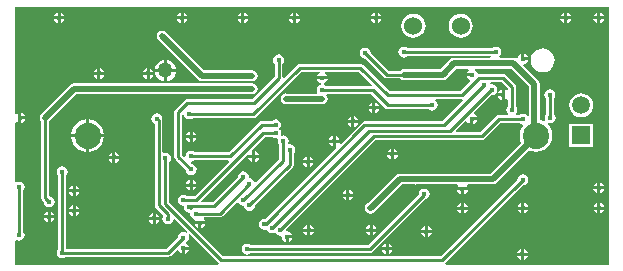
<source format=gbl>
G04 Layer_Physical_Order=2*
G04 Layer_Color=16711680*
%FSLAX25Y25*%
%MOIN*%
G70*
G01*
G75*
%ADD32C,0.01000*%
%ADD33C,0.01969*%
%ADD34C,0.08787*%
%ADD35C,0.06000*%
%ADD36R,0.05906X0.05906*%
%ADD37C,0.05906*%
%ADD38C,0.01600*%
%ADD39C,0.05000*%
G36*
X198996Y1003D02*
X144627D01*
X144472Y1369D01*
X144460Y1503D01*
X170326Y27370D01*
X171002Y27504D01*
X171598Y27902D01*
X171996Y28498D01*
X172135Y29200D01*
X171996Y29902D01*
X171598Y30498D01*
X171002Y30896D01*
X170300Y31035D01*
X169598Y30896D01*
X169002Y30498D01*
X168604Y29902D01*
X168470Y29226D01*
X142956Y3713D01*
X70407D01*
X52513Y21607D01*
Y35225D01*
X52896Y35798D01*
X53035Y36500D01*
X52896Y37202D01*
X52498Y37798D01*
X51902Y38196D01*
X51200Y38335D01*
X50713Y38238D01*
X50213Y38561D01*
Y49043D01*
X50114Y49538D01*
X50135Y49643D01*
X49996Y50346D01*
X49598Y50941D01*
X49002Y51339D01*
X48300Y51479D01*
X47598Y51339D01*
X47002Y50941D01*
X46604Y50346D01*
X46465Y49643D01*
X46604Y48941D01*
X47002Y48346D01*
X47587Y47955D01*
Y20835D01*
X47687Y20333D01*
X47972Y19907D01*
X50534Y17345D01*
X50304Y17002D01*
X50165Y16300D01*
X50304Y15598D01*
X50702Y15002D01*
X51298Y14604D01*
X52000Y14465D01*
X52702Y14604D01*
X53298Y15002D01*
X53696Y15598D01*
X53763Y15936D01*
X54305Y16101D01*
X58527Y11879D01*
X58208Y11491D01*
X57902Y11696D01*
X57200Y11835D01*
X56498Y11696D01*
X55902Y11298D01*
X55504Y10702D01*
X55370Y10026D01*
X51595Y6252D01*
X18113D01*
Y30602D01*
X18496Y31175D01*
X18635Y31877D01*
X18496Y32580D01*
X18098Y33175D01*
X17502Y33573D01*
X16800Y33713D01*
X16098Y33573D01*
X15502Y33175D01*
X15104Y32580D01*
X14965Y31877D01*
X15104Y31175D01*
X15487Y30602D01*
Y6215D01*
X15104Y5641D01*
X14965Y4939D01*
X15104Y4237D01*
X15502Y3641D01*
X16098Y3244D01*
X16800Y3104D01*
X17502Y3244D01*
X18075Y3627D01*
X52139D01*
X52641Y3726D01*
X53067Y4011D01*
X55005Y5949D01*
X55483Y5804D01*
X55504Y5698D01*
X55902Y5102D01*
X56498Y4704D01*
X56700Y4664D01*
Y6400D01*
X57200D01*
Y6900D01*
X58936D01*
X58896Y7102D01*
X58498Y7698D01*
X58196Y7899D01*
Y8501D01*
X58498Y8702D01*
X58896Y9298D01*
X59035Y10000D01*
X58896Y10702D01*
X58691Y11008D01*
X59079Y11327D01*
X68903Y1503D01*
X68891Y1369D01*
X68736Y1003D01*
X1003D01*
Y8907D01*
X1503Y9174D01*
X1698Y9045D01*
X2400Y8905D01*
X3102Y9045D01*
X3698Y9442D01*
X4096Y10038D01*
X4235Y10740D01*
X4096Y11443D01*
X3713Y12016D01*
Y25525D01*
X4096Y26098D01*
X4235Y26800D01*
X4096Y27502D01*
X3698Y28098D01*
X3102Y28496D01*
X2400Y28635D01*
X1698Y28496D01*
X1503Y28366D01*
X1003Y28633D01*
Y48218D01*
X1503Y48468D01*
X1898Y48204D01*
X2100Y48164D01*
Y49900D01*
Y51636D01*
X1898Y51596D01*
X1503Y51332D01*
X1003Y51582D01*
Y86997D01*
X198996D01*
Y1003D01*
D02*
G37*
%LPC*%
G36*
X20300Y25100D02*
X19064D01*
X19104Y24898D01*
X19502Y24302D01*
X20098Y23904D01*
X20300Y23864D01*
Y25100D01*
D02*
G37*
G36*
X22536D02*
X21300D01*
Y23864D01*
X21502Y23904D01*
X22098Y24302D01*
X22496Y24898D01*
X22536Y25100D01*
D02*
G37*
G36*
X111496Y23600D02*
X110260D01*
X110300Y23398D01*
X110698Y22802D01*
X111293Y22404D01*
X111496Y22364D01*
Y23600D01*
D02*
G37*
G36*
X113732D02*
X112496D01*
Y22364D01*
X112698Y22404D01*
X113293Y22802D01*
X113691Y23398D01*
X113732Y23600D01*
D02*
G37*
G36*
X149704Y25800D02*
X148468D01*
X148508Y25598D01*
X148906Y25002D01*
X149502Y24604D01*
X149704Y24564D01*
Y25800D01*
D02*
G37*
G36*
X112496Y25836D02*
Y24600D01*
X113732D01*
X113691Y24802D01*
X113293Y25398D01*
X112698Y25796D01*
X112496Y25836D01*
D02*
G37*
G36*
X195100Y26100D02*
X193864D01*
X193904Y25898D01*
X194302Y25302D01*
X194898Y24904D01*
X195100Y24864D01*
Y26100D01*
D02*
G37*
G36*
X151940Y25800D02*
X150704D01*
Y24564D01*
X150906Y24604D01*
X151502Y25002D01*
X151900Y25598D01*
X151940Y25800D01*
D02*
G37*
G36*
X111496Y25836D02*
X111293Y25796D01*
X110698Y25398D01*
X110300Y24802D01*
X110260Y24600D01*
X111496D01*
Y25836D01*
D02*
G37*
G36*
X196100Y21536D02*
Y20300D01*
X197336D01*
X197296Y20502D01*
X196898Y21098D01*
X196302Y21496D01*
X196100Y21536D01*
D02*
G37*
G36*
X20300Y20736D02*
X20098Y20696D01*
X19502Y20298D01*
X19104Y19702D01*
X19064Y19500D01*
X20300D01*
Y20736D01*
D02*
G37*
G36*
X21300D02*
Y19500D01*
X22536D01*
X22496Y19702D01*
X22098Y20298D01*
X21502Y20696D01*
X21300Y20736D01*
D02*
G37*
G36*
X195100Y19300D02*
X193864D01*
X193904Y19098D01*
X194302Y18502D01*
X194898Y18104D01*
X195100Y18064D01*
Y19300D01*
D02*
G37*
G36*
X197336D02*
X196100D01*
Y18064D01*
X196302Y18104D01*
X196898Y18502D01*
X197296Y19098D01*
X197336Y19300D01*
D02*
G37*
G36*
X149704Y21536D02*
X149502Y21496D01*
X148906Y21098D01*
X148508Y20502D01*
X148468Y20300D01*
X149704D01*
Y21536D01*
D02*
G37*
G36*
X170800D02*
Y20300D01*
X172036D01*
X171996Y20502D01*
X171598Y21098D01*
X171002Y21496D01*
X170800Y21536D01*
D02*
G37*
G36*
X195100D02*
X194898Y21496D01*
X194302Y21098D01*
X193904Y20502D01*
X193864Y20300D01*
X195100D01*
Y21536D01*
D02*
G37*
G36*
X150704D02*
Y20300D01*
X151940D01*
X151900Y20502D01*
X151502Y21098D01*
X150906Y21496D01*
X150704Y21536D01*
D02*
G37*
G36*
X169800D02*
X169598Y21496D01*
X169002Y21098D01*
X168604Y20502D01*
X168564Y20300D01*
X169800D01*
Y21536D01*
D02*
G37*
G36*
X35736Y36200D02*
X34500D01*
Y34964D01*
X34702Y35004D01*
X35298Y35402D01*
X35696Y35998D01*
X35736Y36200D01*
D02*
G37*
G36*
X98300Y37036D02*
X98098Y36996D01*
X97502Y36598D01*
X97104Y36002D01*
X97064Y35800D01*
X98300D01*
Y37036D01*
D02*
G37*
G36*
X100536Y34800D02*
X99300D01*
Y33564D01*
X99502Y33604D01*
X100098Y34002D01*
X100496Y34598D01*
X100536Y34800D01*
D02*
G37*
G36*
X33500Y36200D02*
X32264D01*
X32304Y35998D01*
X32702Y35402D01*
X33298Y35004D01*
X33500Y34964D01*
Y36200D01*
D02*
G37*
G36*
X99300Y37036D02*
Y35800D01*
X100536D01*
X100496Y36002D01*
X100098Y36598D01*
X99502Y36996D01*
X99300Y37036D01*
D02*
G37*
G36*
X33500Y38436D02*
X33298Y38396D01*
X32702Y37998D01*
X32304Y37402D01*
X32264Y37200D01*
X33500D01*
Y38436D01*
D02*
G37*
G36*
X34500D02*
Y37200D01*
X35736D01*
X35696Y37402D01*
X35298Y37998D01*
X34702Y38396D01*
X34500Y38436D01*
D02*
G37*
G36*
X126363Y37400D02*
X125127D01*
X125167Y37198D01*
X125565Y36602D01*
X126161Y36204D01*
X126363Y36164D01*
Y37400D01*
D02*
G37*
G36*
X128599D02*
X127363D01*
Y36164D01*
X127565Y36204D01*
X128161Y36602D01*
X128559Y37198D01*
X128599Y37400D01*
D02*
G37*
G36*
X98300Y34800D02*
X97064D01*
X97104Y34598D01*
X97502Y34002D01*
X98098Y33604D01*
X98300Y33564D01*
Y34800D01*
D02*
G37*
G36*
X61459Y27000D02*
X60224D01*
Y25764D01*
X60426Y25804D01*
X61021Y26202D01*
X61419Y26798D01*
X61459Y27000D01*
D02*
G37*
G36*
X20300Y27336D02*
X20098Y27296D01*
X19502Y26898D01*
X19104Y26302D01*
X19064Y26100D01*
X20300D01*
Y27336D01*
D02*
G37*
G36*
X197336Y26100D02*
X196100D01*
Y24864D01*
X196302Y24904D01*
X196898Y25302D01*
X197296Y25898D01*
X197336Y26100D01*
D02*
G37*
G36*
X59224Y27000D02*
X57988D01*
X58028Y26798D01*
X58426Y26202D01*
X59021Y25804D01*
X59224Y25764D01*
Y27000D01*
D02*
G37*
G36*
X21300Y27336D02*
Y26100D01*
X22536D01*
X22496Y26302D01*
X22098Y26898D01*
X21502Y27296D01*
X21300Y27336D01*
D02*
G37*
G36*
X59224Y29236D02*
X59021Y29196D01*
X58426Y28798D01*
X58028Y28202D01*
X57988Y28000D01*
X59224D01*
Y29236D01*
D02*
G37*
G36*
X60224D02*
Y28000D01*
X61459D01*
X61419Y28202D01*
X61021Y28798D01*
X60426Y29196D01*
X60224Y29236D01*
D02*
G37*
G36*
X195100Y28336D02*
X194898Y28296D01*
X194302Y27898D01*
X193904Y27302D01*
X193864Y27100D01*
X195100D01*
Y28336D01*
D02*
G37*
G36*
X196100D02*
Y27100D01*
X197336D01*
X197296Y27302D01*
X196898Y27898D01*
X196302Y28296D01*
X196100Y28336D01*
D02*
G37*
G36*
X172036Y19300D02*
X170800D01*
Y18064D01*
X171002Y18104D01*
X171598Y18502D01*
X171996Y19098D01*
X172036Y19300D01*
D02*
G37*
G36*
X139936Y11500D02*
X138700D01*
Y10264D01*
X138902Y10304D01*
X139498Y10702D01*
X139896Y11298D01*
X139936Y11500D01*
D02*
G37*
G36*
X98400Y12000D02*
X97164D01*
X97204Y11798D01*
X97602Y11202D01*
X98198Y10804D01*
X98400Y10764D01*
Y12000D01*
D02*
G37*
G36*
X93536Y9800D02*
X92300D01*
Y8564D01*
X92502Y8604D01*
X93098Y9002D01*
X93496Y9598D01*
X93536Y9800D01*
D02*
G37*
G36*
X137700Y11500D02*
X136464D01*
X136504Y11298D01*
X136902Y10702D01*
X137498Y10304D01*
X137700Y10264D01*
Y11500D01*
D02*
G37*
G36*
X100636Y12000D02*
X99400D01*
Y10764D01*
X99602Y10804D01*
X100198Y11202D01*
X100596Y11798D01*
X100636Y12000D01*
D02*
G37*
G36*
X137700Y13736D02*
X137498Y13696D01*
X136902Y13298D01*
X136504Y12702D01*
X136464Y12500D01*
X137700D01*
Y13736D01*
D02*
G37*
G36*
X138700D02*
Y12500D01*
X139936D01*
X139896Y12702D01*
X139498Y13298D01*
X138902Y13696D01*
X138700Y13736D01*
D02*
G37*
G36*
X119300Y12000D02*
X118064D01*
X118104Y11798D01*
X118502Y11202D01*
X119098Y10804D01*
X119300Y10764D01*
Y12000D01*
D02*
G37*
G36*
X121536D02*
X120300D01*
Y10764D01*
X120502Y10804D01*
X121098Y11202D01*
X121496Y11798D01*
X121536Y12000D01*
D02*
G37*
G36*
X137500Y26341D02*
X136798Y26201D01*
X136202Y25803D01*
X135804Y25208D01*
X135665Y24506D01*
X135695Y24352D01*
X118796Y7452D01*
X79775D01*
X79202Y7835D01*
X78500Y7975D01*
X77798Y7835D01*
X77202Y7437D01*
X76804Y6842D01*
X76665Y6139D01*
X76804Y5437D01*
X77202Y4842D01*
X77798Y4444D01*
X78500Y4304D01*
X79202Y4444D01*
X79775Y4827D01*
X119339D01*
X119842Y4927D01*
X120267Y5211D01*
X137783Y22727D01*
X138202Y22810D01*
X138798Y23208D01*
X139196Y23803D01*
X139335Y24506D01*
X139196Y25208D01*
X138798Y25803D01*
X138202Y26201D01*
X137500Y26341D01*
D02*
G37*
G36*
X124600Y5700D02*
X123364D01*
X123404Y5498D01*
X123802Y4902D01*
X124398Y4504D01*
X124600Y4464D01*
Y5700D01*
D02*
G37*
G36*
X126836D02*
X125600D01*
Y4464D01*
X125802Y4504D01*
X126398Y4902D01*
X126796Y5498D01*
X126836Y5700D01*
D02*
G37*
G36*
X169700Y3900D02*
X168464D01*
X168504Y3698D01*
X168902Y3102D01*
X169498Y2704D01*
X169700Y2664D01*
Y3900D01*
D02*
G37*
G36*
X171936D02*
X170700D01*
Y2664D01*
X170902Y2704D01*
X171498Y3102D01*
X171896Y3698D01*
X171936Y3900D01*
D02*
G37*
G36*
X58936Y5900D02*
X57700D01*
Y4664D01*
X57902Y4704D01*
X58498Y5102D01*
X58896Y5698D01*
X58936Y5900D01*
D02*
G37*
G36*
X124600Y7936D02*
X124398Y7896D01*
X123802Y7498D01*
X123404Y6902D01*
X123364Y6700D01*
X124600D01*
Y7936D01*
D02*
G37*
G36*
X125600D02*
Y6700D01*
X126836D01*
X126796Y6902D01*
X126398Y7498D01*
X125802Y7896D01*
X125600Y7936D01*
D02*
G37*
G36*
X169700Y6136D02*
X169498Y6096D01*
X168902Y5698D01*
X168504Y5102D01*
X168464Y4900D01*
X169700D01*
Y6136D01*
D02*
G37*
G36*
X170700D02*
Y4900D01*
X171936D01*
X171896Y5102D01*
X171498Y5698D01*
X170902Y6096D01*
X170700Y6136D01*
D02*
G37*
G36*
X20300Y18500D02*
X19064D01*
X19104Y18298D01*
X19502Y17702D01*
X20098Y17304D01*
X20300Y17264D01*
Y18500D01*
D02*
G37*
G36*
X22536D02*
X21300D01*
Y17264D01*
X21502Y17304D01*
X22098Y17702D01*
X22496Y18298D01*
X22536Y18500D01*
D02*
G37*
G36*
X46900Y18111D02*
X46698Y18071D01*
X46102Y17673D01*
X45704Y17078D01*
X45664Y16876D01*
X46900D01*
Y18111D01*
D02*
G37*
G36*
X47900D02*
Y16876D01*
X49136D01*
X49096Y17078D01*
X48698Y17673D01*
X48102Y18071D01*
X47900Y18111D01*
D02*
G37*
G36*
X11900Y18636D02*
X11698Y18596D01*
X11102Y18198D01*
X10704Y17602D01*
X10664Y17400D01*
X11900D01*
Y18636D01*
D02*
G37*
G36*
X151940Y19300D02*
X150704D01*
Y18064D01*
X150906Y18104D01*
X151502Y18502D01*
X151900Y19098D01*
X151940Y19300D01*
D02*
G37*
G36*
X169800D02*
X168564D01*
X168604Y19098D01*
X169002Y18502D01*
X169598Y18104D01*
X169800Y18064D01*
Y19300D01*
D02*
G37*
G36*
X12900Y18636D02*
Y17400D01*
X14136D01*
X14096Y17602D01*
X13698Y18198D01*
X13102Y18596D01*
X12900Y18636D01*
D02*
G37*
G36*
X149704Y19300D02*
X148468D01*
X148508Y19098D01*
X148906Y18502D01*
X149502Y18104D01*
X149704Y18064D01*
Y19300D01*
D02*
G37*
G36*
X14136Y16400D02*
X12900D01*
Y15164D01*
X13102Y15204D01*
X13698Y15602D01*
X14096Y16198D01*
X14136Y16400D01*
D02*
G37*
G36*
X119300Y14236D02*
X119098Y14196D01*
X118502Y13798D01*
X118104Y13202D01*
X118064Y13000D01*
X119300D01*
Y14236D01*
D02*
G37*
G36*
X120300D02*
Y13000D01*
X121536D01*
X121496Y13202D01*
X121098Y13798D01*
X120502Y14196D01*
X120300Y14236D01*
D02*
G37*
G36*
X98400D02*
X98198Y14196D01*
X97602Y13798D01*
X97204Y13202D01*
X97164Y13000D01*
X98400D01*
Y14236D01*
D02*
G37*
G36*
X99400D02*
Y13000D01*
X100636D01*
X100596Y13202D01*
X100198Y13798D01*
X99602Y14196D01*
X99400Y14236D01*
D02*
G37*
G36*
X62200Y14400D02*
X60964D01*
X61004Y14198D01*
X61402Y13602D01*
X61998Y13204D01*
X62200Y13164D01*
Y14400D01*
D02*
G37*
G36*
X49136Y15876D02*
X47900D01*
Y14640D01*
X48102Y14680D01*
X48698Y15078D01*
X49096Y15673D01*
X49136Y15876D01*
D02*
G37*
G36*
X11900Y16400D02*
X10664D01*
X10704Y16198D01*
X11102Y15602D01*
X11698Y15204D01*
X11900Y15164D01*
Y16400D01*
D02*
G37*
G36*
X64436Y14400D02*
X63200D01*
Y13164D01*
X63402Y13204D01*
X63998Y13602D01*
X64396Y14198D01*
X64436Y14400D01*
D02*
G37*
G36*
X46900Y15876D02*
X45664D01*
X45704Y15673D01*
X46102Y15078D01*
X46698Y14680D01*
X46900Y14640D01*
Y15876D01*
D02*
G37*
G36*
X17484Y82700D02*
X16248D01*
Y81464D01*
X16450Y81504D01*
X17046Y81902D01*
X17444Y82498D01*
X17484Y82700D01*
D02*
G37*
G36*
X56300D02*
X55064D01*
X55104Y82498D01*
X55502Y81902D01*
X56098Y81504D01*
X56300Y81464D01*
Y82700D01*
D02*
G37*
G36*
X15248D02*
X14012D01*
X14052Y82498D01*
X14450Y81902D01*
X15046Y81504D01*
X15248Y81464D01*
Y82700D01*
D02*
G37*
G36*
X133858Y84635D02*
X132814Y84497D01*
X131841Y84094D01*
X131005Y83453D01*
X130364Y82617D01*
X129961Y81644D01*
X129824Y80600D01*
X129961Y79556D01*
X130364Y78583D01*
X131005Y77747D01*
X131841Y77106D01*
X132814Y76703D01*
X133858Y76565D01*
X134903Y76703D01*
X135875Y77106D01*
X136711Y77747D01*
X137352Y78583D01*
X137755Y79556D01*
X137893Y80600D01*
X137755Y81644D01*
X137352Y82617D01*
X136711Y83453D01*
X135875Y84094D01*
X134903Y84497D01*
X133858Y84635D01*
D02*
G37*
G36*
X149606D02*
X148562Y84497D01*
X147589Y84094D01*
X146754Y83453D01*
X146112Y82617D01*
X145709Y81644D01*
X145572Y80600D01*
X145709Y79556D01*
X146112Y78583D01*
X146754Y77747D01*
X147589Y77106D01*
X148562Y76703D01*
X149606Y76565D01*
X150651Y76703D01*
X151624Y77106D01*
X152459Y77747D01*
X153100Y78583D01*
X153503Y79556D01*
X153641Y80600D01*
X153503Y81644D01*
X153100Y82617D01*
X152459Y83453D01*
X151624Y84094D01*
X150651Y84497D01*
X149606Y84635D01*
D02*
G37*
G36*
X93700Y82700D02*
X92464D01*
X92504Y82498D01*
X92902Y81902D01*
X93498Y81504D01*
X93700Y81464D01*
Y82700D01*
D02*
G37*
G36*
X95936D02*
X94700D01*
Y81464D01*
X94902Y81504D01*
X95498Y81902D01*
X95896Y82498D01*
X95936Y82700D01*
D02*
G37*
G36*
X78736D02*
X77500D01*
Y81464D01*
X77702Y81504D01*
X78298Y81902D01*
X78696Y82498D01*
X78736Y82700D01*
D02*
G37*
G36*
X58536D02*
X57300D01*
Y81464D01*
X57502Y81504D01*
X58098Y81902D01*
X58496Y82498D01*
X58536Y82700D01*
D02*
G37*
G36*
X76500D02*
X75264D01*
X75304Y82498D01*
X75702Y81902D01*
X76298Y81504D01*
X76500Y81464D01*
Y82700D01*
D02*
G37*
G36*
X29500Y66436D02*
Y65200D01*
X30736D01*
X30696Y65402D01*
X30298Y65998D01*
X29702Y66396D01*
X29500Y66436D01*
D02*
G37*
G36*
X44900D02*
X44698Y66396D01*
X44102Y65998D01*
X43704Y65402D01*
X43664Y65200D01*
X44900D01*
Y66436D01*
D02*
G37*
G36*
X28500D02*
X28298Y66396D01*
X27702Y65998D01*
X27304Y65402D01*
X27264Y65200D01*
X28500D01*
Y66436D01*
D02*
G37*
G36*
X47136Y64200D02*
X45900D01*
Y62964D01*
X46102Y63004D01*
X46698Y63402D01*
X47096Y63998D01*
X47136Y64200D01*
D02*
G37*
G36*
X177000Y73115D02*
X175961Y72978D01*
X174993Y72577D01*
X174161Y71939D01*
X173523Y71107D01*
X173122Y70139D01*
X172985Y69100D01*
X173122Y68061D01*
X173523Y67093D01*
X174161Y66261D01*
X174993Y65623D01*
X175961Y65222D01*
X177000Y65085D01*
X178039Y65222D01*
X179007Y65623D01*
X179839Y66261D01*
X180477Y67093D01*
X180878Y68061D01*
X181015Y69100D01*
X180878Y70139D01*
X180477Y71107D01*
X179839Y71939D01*
X179007Y72577D01*
X178039Y72978D01*
X177000Y73115D01*
D02*
G37*
G36*
X51700Y69164D02*
Y66200D01*
X54664D01*
X54610Y66614D01*
X54257Y67465D01*
X53696Y68196D01*
X52965Y68757D01*
X52114Y69110D01*
X51700Y69164D01*
D02*
G37*
G36*
X170800Y71336D02*
Y70100D01*
X172036D01*
X171996Y70302D01*
X171598Y70898D01*
X171002Y71296D01*
X170800Y71336D01*
D02*
G37*
G36*
X50700Y69164D02*
X50286Y69110D01*
X49435Y68757D01*
X48704Y68196D01*
X48143Y67465D01*
X47790Y66614D01*
X47736Y66200D01*
X50700D01*
Y69164D01*
D02*
G37*
G36*
X45900Y66436D02*
Y65200D01*
X47136D01*
X47096Y65402D01*
X46698Y65998D01*
X46102Y66396D01*
X45900Y66436D01*
D02*
G37*
G36*
X130600Y73653D02*
X129898Y73514D01*
X129302Y73116D01*
X128904Y72521D01*
X128765Y71818D01*
X128904Y71116D01*
X129302Y70520D01*
X129898Y70123D01*
X130600Y69983D01*
X131302Y70123D01*
X131848Y70487D01*
X159676D01*
X159736Y70406D01*
X159484Y69906D01*
X147462D01*
X146771Y69769D01*
X146185Y69377D01*
X142967Y66160D01*
X142900Y66173D01*
X142755Y66144D01*
X130745D01*
X130600Y66173D01*
X129898Y66033D01*
X129325Y65650D01*
X125506D01*
X119630Y71526D01*
X119496Y72202D01*
X119098Y72798D01*
X118502Y73196D01*
X117800Y73335D01*
X117098Y73196D01*
X116502Y72798D01*
X116104Y72202D01*
X115965Y71500D01*
X116104Y70798D01*
X116502Y70202D01*
X117098Y69804D01*
X117774Y69670D01*
X124034Y63410D01*
X124460Y63125D01*
X124962Y63025D01*
X129325D01*
X129898Y62642D01*
X130600Y62503D01*
X130745Y62532D01*
X142208D01*
X142209Y62531D01*
X142900Y62394D01*
X143562D01*
X144253Y62531D01*
X144840Y62923D01*
X148210Y66294D01*
X152130D01*
X152282Y65794D01*
X152030Y65626D01*
X151632Y65030D01*
X151592Y64828D01*
X153328D01*
Y63828D01*
X151592D01*
X151632Y63626D01*
X152030Y63030D01*
X152626Y62632D01*
X152731Y62611D01*
X152877Y62133D01*
X149456Y58713D01*
X125944D01*
X117090Y67566D01*
X116665Y67851D01*
X116162Y67950D01*
X95885D01*
X95383Y67851D01*
X94957Y67566D01*
X90713Y63322D01*
X90213Y63529D01*
Y67925D01*
X90596Y68498D01*
X90735Y69200D01*
X90596Y69902D01*
X90198Y70498D01*
X89602Y70896D01*
X88900Y71035D01*
X88198Y70896D01*
X87602Y70498D01*
X87204Y69902D01*
X87065Y69200D01*
X87204Y68498D01*
X87587Y67925D01*
Y63801D01*
X80099Y56313D01*
X58500D01*
X57998Y56213D01*
X57572Y55928D01*
X54572Y52928D01*
X54287Y52502D01*
X54187Y52000D01*
Y36921D01*
X54287Y36419D01*
X54572Y35993D01*
X57894Y32671D01*
X58028Y31995D01*
X58426Y31400D01*
X59021Y31002D01*
X59724Y30862D01*
X60426Y31002D01*
X61021Y31400D01*
X61419Y31995D01*
X61559Y32698D01*
X61419Y33400D01*
X61021Y33995D01*
X60426Y34393D01*
X59841Y34510D01*
X59668Y34783D01*
X59677Y34861D01*
X59881Y35296D01*
X60426Y35404D01*
X60999Y35787D01*
X72214D01*
X72421Y35287D01*
X60946Y23813D01*
X58475D01*
X57902Y24196D01*
X57200Y24335D01*
X56498Y24196D01*
X55902Y23798D01*
X55504Y23202D01*
X55365Y22500D01*
X55504Y21798D01*
X55902Y21202D01*
X56498Y20804D01*
X57200Y20665D01*
X57349Y20516D01*
X57276Y20150D01*
X57416Y19448D01*
X57814Y18852D01*
X58410Y18454D01*
X58948Y18347D01*
X59251Y18108D01*
X59415Y17865D01*
X59528Y17298D01*
X59926Y16702D01*
X60521Y16304D01*
X60831Y16243D01*
X61061Y15687D01*
X61004Y15602D01*
X60964Y15400D01*
X64436D01*
X64396Y15602D01*
X64005Y16187D01*
X64017Y16253D01*
X64165Y16687D01*
X69300D01*
X69802Y16787D01*
X70228Y17072D01*
X75021Y21865D01*
X75435Y21740D01*
X75527Y21664D01*
X75902Y21102D01*
X76498Y20704D01*
X77200Y20565D01*
X77384Y20601D01*
X77504Y19998D01*
X77902Y19402D01*
X78498Y19004D01*
X79200Y18865D01*
X79902Y19004D01*
X80498Y19402D01*
X80896Y19998D01*
X81030Y20674D01*
X93528Y33172D01*
X93813Y33598D01*
X93913Y34100D01*
Y37937D01*
X94296Y38510D01*
X94435Y39212D01*
X94296Y39914D01*
X93898Y40510D01*
X93302Y40907D01*
X92600Y41047D01*
X92352Y40998D01*
X92052Y41448D01*
X92096Y41513D01*
X92235Y42216D01*
X92096Y42918D01*
X91698Y43514D01*
X91102Y43911D01*
X90400Y44051D01*
X89988Y43969D01*
X89850Y44079D01*
X89620Y44406D01*
X89735Y44984D01*
X89596Y45687D01*
X89466Y45880D01*
X89204Y46292D01*
X89466Y46704D01*
X89596Y46898D01*
X89735Y47600D01*
X89596Y48302D01*
X89198Y48898D01*
X88602Y49296D01*
X87900Y49435D01*
X87198Y49296D01*
X86625Y48913D01*
X83380D01*
X82878Y48813D01*
X82452Y48528D01*
X72336Y38413D01*
X60999D01*
X60426Y38796D01*
X59724Y38935D01*
X59021Y38796D01*
X58426Y38398D01*
X58028Y37802D01*
X57888Y37100D01*
X57889Y37095D01*
X57428Y36849D01*
X56813Y37465D01*
Y51068D01*
X56875Y51105D01*
X57433Y50857D01*
X57504Y50498D01*
X57902Y49902D01*
X58498Y49504D01*
X59200Y49365D01*
X59902Y49504D01*
X60475Y49887D01*
X80447D01*
X80950Y49987D01*
X81375Y50272D01*
X96429Y65325D01*
X102590D01*
X102692Y64825D01*
X102202Y64498D01*
X101804Y63902D01*
X101764Y63700D01*
X105236D01*
X105196Y63902D01*
X104798Y64498D01*
X104308Y64825D01*
X104410Y65325D01*
X115619D01*
X119931Y61013D01*
X119724Y60513D01*
X104775D01*
X104202Y60896D01*
X103953Y60945D01*
Y61455D01*
X104202Y61504D01*
X104798Y61902D01*
X105196Y62498D01*
X105236Y62700D01*
X101764D01*
X101804Y62498D01*
X102202Y61902D01*
X102798Y61504D01*
X103047Y61455D01*
Y60945D01*
X102798Y60896D01*
X102202Y60498D01*
X101804Y59902D01*
X101665Y59200D01*
X101804Y58498D01*
X101838Y58447D01*
X101602Y58006D01*
X91535D01*
X91390Y58035D01*
X90688Y57896D01*
X90092Y57498D01*
X89694Y56902D01*
X89555Y56200D01*
X89694Y55498D01*
X90092Y54902D01*
X90688Y54504D01*
X91390Y54365D01*
X91535Y54394D01*
X103355D01*
X103500Y54365D01*
X104202Y54504D01*
X104798Y54902D01*
X105196Y55498D01*
X105335Y56200D01*
X105196Y56902D01*
X104871Y57387D01*
X105006Y57772D01*
X105093Y57887D01*
X119704D01*
X124420Y53172D01*
X124846Y52887D01*
X125348Y52787D01*
X138806D01*
X139379Y52404D01*
X140081Y52265D01*
X140784Y52404D01*
X141379Y52802D01*
X141777Y53398D01*
X141917Y54100D01*
X141777Y54802D01*
X141379Y55398D01*
X141095Y55587D01*
X141247Y56087D01*
X150000D01*
X150155Y56118D01*
X150401Y55657D01*
X143456Y48713D01*
X117547D01*
X117045Y48613D01*
X116619Y48328D01*
X109576Y41285D01*
X109124Y41540D01*
X109136Y41600D01*
X107900D01*
Y40364D01*
X107960Y40376D01*
X108215Y39924D01*
X84556Y16264D01*
X84200Y16335D01*
X83498Y16196D01*
X82902Y15798D01*
X82504Y15202D01*
X82365Y14500D01*
X82504Y13798D01*
X82902Y13202D01*
X83498Y12804D01*
X84200Y12665D01*
X84902Y12804D01*
X84995Y12646D01*
X85004Y12598D01*
X85402Y12002D01*
X85998Y11604D01*
X86700Y11465D01*
X87402Y11604D01*
X87631Y11757D01*
X88002Y11202D01*
X88598Y10804D01*
X89300Y10665D01*
X89537Y10712D01*
X89965Y10300D01*
X90104Y9598D01*
X90502Y9002D01*
X91098Y8604D01*
X91300Y8564D01*
Y10300D01*
X91800D01*
Y10800D01*
X93536D01*
X93496Y11002D01*
X93098Y11598D01*
X92502Y11996D01*
X91800Y12135D01*
X91475Y12581D01*
X91466Y12810D01*
X121169Y42513D01*
X156553D01*
X157055Y42612D01*
X157481Y42897D01*
X162772Y48187D01*
X169125D01*
X169698Y47804D01*
X170163Y47712D01*
X170395Y47193D01*
X170033Y46720D01*
X169489Y45408D01*
X169304Y44000D01*
X169489Y42592D01*
X169868Y41678D01*
X159496Y31306D01*
X134745D01*
X134600Y31335D01*
X134455Y31306D01*
X129337D01*
X128646Y31169D01*
X128060Y30777D01*
X118789Y21506D01*
X118735Y21496D01*
X118139Y21098D01*
X117742Y20502D01*
X117602Y19800D01*
X117742Y19098D01*
X118139Y18502D01*
X118735Y18104D01*
X119437Y17965D01*
X119582Y17994D01*
X119637D01*
X120328Y18131D01*
X120914Y18523D01*
X130085Y27694D01*
X134455D01*
X134600Y27665D01*
X134745Y27694D01*
X148369D01*
X148636Y27194D01*
X148508Y27002D01*
X148468Y26800D01*
X151940D01*
X151900Y27002D01*
X151772Y27194D01*
X152039Y27694D01*
X160244D01*
X160935Y27831D01*
X161521Y28223D01*
X172422Y39124D01*
X173336Y38745D01*
X174744Y38560D01*
X176152Y38745D01*
X177464Y39289D01*
X178591Y40153D01*
X179455Y41280D01*
X179999Y42592D01*
X180184Y44000D01*
X179999Y45408D01*
X179455Y46720D01*
X178619Y47810D01*
X178650Y47942D01*
X178857Y48273D01*
X179400Y48165D01*
X180102Y48304D01*
X180698Y48702D01*
X181096Y49298D01*
X181235Y50000D01*
X181096Y50702D01*
X180698Y51298D01*
X180613Y51355D01*
Y56325D01*
X180996Y56898D01*
X181135Y57600D01*
X180996Y58302D01*
X180598Y58898D01*
X180002Y59296D01*
X179300Y59435D01*
X178598Y59296D01*
X178002Y58898D01*
X177604Y58302D01*
X177465Y57600D01*
X177604Y56898D01*
X177987Y56325D01*
Y51126D01*
X177704Y50702D01*
X177565Y50000D01*
X177704Y49298D01*
X177897Y49010D01*
X177527Y48663D01*
X177464Y48711D01*
X176152Y49255D01*
X176006Y49274D01*
Y61100D01*
X175869Y61791D01*
X175477Y62377D01*
X170550Y67305D01*
X170714Y67847D01*
X171002Y67904D01*
X171598Y68302D01*
X171996Y68898D01*
X172036Y69100D01*
X170300D01*
Y69600D01*
X169800D01*
Y71336D01*
X169598Y71296D01*
X169002Y70898D01*
X168604Y70302D01*
X168533Y69942D01*
X167977Y69712D01*
X167891Y69769D01*
X167200Y69906D01*
X162634D01*
X162482Y70406D01*
X162626Y70502D01*
X163023Y71098D01*
X163163Y71800D01*
X163023Y72502D01*
X162626Y73098D01*
X162030Y73496D01*
X161328Y73635D01*
X160626Y73496D01*
X160053Y73113D01*
X131900D01*
X131898Y73116D01*
X131302Y73514D01*
X130600Y73653D01*
D02*
G37*
G36*
X94700Y84936D02*
Y83700D01*
X95936D01*
X95896Y83902D01*
X95498Y84498D01*
X94902Y84896D01*
X94700Y84936D01*
D02*
G37*
G36*
X120900D02*
X120698Y84896D01*
X120102Y84498D01*
X119704Y83902D01*
X119664Y83700D01*
X120900D01*
Y84936D01*
D02*
G37*
G36*
X93700D02*
X93498Y84896D01*
X92902Y84498D01*
X92504Y83902D01*
X92464Y83700D01*
X93700D01*
Y84936D01*
D02*
G37*
G36*
X76500D02*
X76298Y84896D01*
X75702Y84498D01*
X75304Y83902D01*
X75264Y83700D01*
X76500D01*
Y84936D01*
D02*
G37*
G36*
X77500D02*
Y83700D01*
X78736D01*
X78696Y83902D01*
X78298Y84498D01*
X77702Y84896D01*
X77500Y84936D01*
D02*
G37*
G36*
X195100D02*
X194898Y84896D01*
X194302Y84498D01*
X193904Y83902D01*
X193864Y83700D01*
X195100D01*
Y84936D01*
D02*
G37*
G36*
X196100D02*
Y83700D01*
X197336D01*
X197296Y83902D01*
X196898Y84498D01*
X196302Y84896D01*
X196100Y84936D01*
D02*
G37*
G36*
X185100D02*
Y83700D01*
X186336D01*
X186296Y83902D01*
X185898Y84498D01*
X185302Y84896D01*
X185100Y84936D01*
D02*
G37*
G36*
X121900D02*
Y83700D01*
X123136D01*
X123096Y83902D01*
X122698Y84498D01*
X122102Y84896D01*
X121900Y84936D01*
D02*
G37*
G36*
X184100D02*
X183898Y84896D01*
X183302Y84498D01*
X182904Y83902D01*
X182864Y83700D01*
X184100D01*
Y84936D01*
D02*
G37*
G36*
X186336Y82700D02*
X185100D01*
Y81464D01*
X185302Y81504D01*
X185898Y81902D01*
X186296Y82498D01*
X186336Y82700D01*
D02*
G37*
G36*
X195100D02*
X193864D01*
X193904Y82498D01*
X194302Y81902D01*
X194898Y81504D01*
X195100Y81464D01*
Y82700D01*
D02*
G37*
G36*
X184100D02*
X182864D01*
X182904Y82498D01*
X183302Y81902D01*
X183898Y81504D01*
X184100Y81464D01*
Y82700D01*
D02*
G37*
G36*
X120900D02*
X119664D01*
X119704Y82498D01*
X120102Y81902D01*
X120698Y81504D01*
X120900Y81464D01*
Y82700D01*
D02*
G37*
G36*
X123136D02*
X121900D01*
Y81464D01*
X122102Y81504D01*
X122698Y81902D01*
X123096Y82498D01*
X123136Y82700D01*
D02*
G37*
G36*
X56300Y84936D02*
X56098Y84896D01*
X55502Y84498D01*
X55104Y83902D01*
X55064Y83700D01*
X56300D01*
Y84936D01*
D02*
G37*
G36*
X57300D02*
Y83700D01*
X58536D01*
X58496Y83902D01*
X58098Y84498D01*
X57502Y84896D01*
X57300Y84936D01*
D02*
G37*
G36*
X16248D02*
Y83700D01*
X17484D01*
X17444Y83902D01*
X17046Y84498D01*
X16450Y84896D01*
X16248Y84936D01*
D02*
G37*
G36*
X197336Y82700D02*
X196100D01*
Y81464D01*
X196302Y81504D01*
X196898Y81902D01*
X197296Y82498D01*
X197336Y82700D01*
D02*
G37*
G36*
X15248Y84936D02*
X15046Y84896D01*
X14450Y84498D01*
X14052Y83902D01*
X14012Y83700D01*
X15248D01*
Y84936D01*
D02*
G37*
G36*
X44900Y64200D02*
X43664D01*
X43704Y63998D01*
X44102Y63402D01*
X44698Y63004D01*
X44900Y62964D01*
Y64200D01*
D02*
G37*
G36*
X24756Y49374D02*
X23848Y49255D01*
X22536Y48711D01*
X21409Y47847D01*
X20545Y46720D01*
X20001Y45408D01*
X19882Y44500D01*
X24756D01*
Y49374D01*
D02*
G37*
G36*
X25756D02*
Y44500D01*
X30630D01*
X30511Y45408D01*
X29967Y46720D01*
X29103Y47847D01*
X27976Y48711D01*
X26664Y49255D01*
X25756Y49374D01*
D02*
G37*
G36*
X59224Y45336D02*
X59021Y45296D01*
X58426Y44898D01*
X58028Y44302D01*
X57988Y44100D01*
X59224D01*
Y45336D01*
D02*
G37*
G36*
X60224D02*
Y44100D01*
X61459D01*
X61419Y44302D01*
X61021Y44898D01*
X60426Y45296D01*
X60224Y45336D01*
D02*
G37*
G36*
X126363Y39636D02*
X126161Y39596D01*
X125565Y39198D01*
X125167Y38602D01*
X125127Y38400D01*
X126363D01*
Y39636D01*
D02*
G37*
G36*
X4336Y49400D02*
X3100D01*
Y48164D01*
X3302Y48204D01*
X3898Y48602D01*
X4296Y49198D01*
X4336Y49400D01*
D02*
G37*
G36*
X113136Y48200D02*
X111900D01*
X111940Y47998D01*
X112338Y47402D01*
X112934Y47004D01*
X113136Y46964D01*
Y48200D01*
D02*
G37*
G36*
X115372D02*
X114136D01*
Y46964D01*
X114338Y47004D01*
X114934Y47402D01*
X115331Y47998D01*
X115372Y48200D01*
D02*
G37*
G36*
X107900Y43836D02*
Y42600D01*
X109136D01*
X109096Y42802D01*
X108698Y43398D01*
X108102Y43796D01*
X107900Y43836D01*
D02*
G37*
G36*
X24756Y43500D02*
X19882D01*
X20001Y42592D01*
X20545Y41280D01*
X21409Y40153D01*
X22536Y39289D01*
X23848Y38745D01*
X24756Y38626D01*
Y43500D01*
D02*
G37*
G36*
X127363Y39636D02*
Y38400D01*
X128599D01*
X128559Y38602D01*
X128161Y39198D01*
X127565Y39596D01*
X127363Y39636D01*
D02*
G37*
G36*
X30630Y43500D02*
X25756D01*
Y38626D01*
X26664Y38745D01*
X27976Y39289D01*
X29103Y40153D01*
X29967Y41280D01*
X30511Y42592D01*
X30630Y43500D01*
D02*
G37*
G36*
X193787Y48012D02*
X185881D01*
Y40106D01*
X193787D01*
Y48012D01*
D02*
G37*
G36*
X61459Y43100D02*
X60224D01*
Y41864D01*
X60426Y41904D01*
X61021Y42302D01*
X61419Y42898D01*
X61459Y43100D01*
D02*
G37*
G36*
X106900Y43836D02*
X106698Y43796D01*
X106102Y43398D01*
X105704Y42802D01*
X105664Y42600D01*
X106900D01*
Y43836D01*
D02*
G37*
G36*
Y41600D02*
X105664D01*
X105704Y41398D01*
X106102Y40802D01*
X106698Y40404D01*
X106900Y40364D01*
Y41600D01*
D02*
G37*
G36*
X59224Y43100D02*
X57988D01*
X58028Y42898D01*
X58426Y42302D01*
X59021Y41904D01*
X59224Y41864D01*
Y43100D01*
D02*
G37*
G36*
X113136Y50436D02*
X112934Y50396D01*
X112338Y49998D01*
X111940Y49402D01*
X111900Y49200D01*
X113136D01*
Y50436D01*
D02*
G37*
G36*
X80065Y61435D02*
X79919Y61406D01*
X20800D01*
X20109Y61269D01*
X19523Y60877D01*
X9925Y51280D01*
X9802Y51198D01*
X9404Y50602D01*
X9265Y49900D01*
X9404Y49198D01*
X9787Y48625D01*
Y23177D01*
X9887Y22675D01*
X10172Y22249D01*
X10570Y21851D01*
X10704Y21175D01*
X11102Y20580D01*
X11698Y20182D01*
X12400Y20042D01*
X13102Y20182D01*
X13698Y20580D01*
X14096Y21175D01*
X14235Y21877D01*
X14096Y22580D01*
X13698Y23175D01*
X13102Y23573D01*
X12426Y23707D01*
X12413Y23721D01*
Y48625D01*
X12480Y48725D01*
X21548Y57794D01*
X79919D01*
X80065Y57765D01*
X80767Y57904D01*
X81362Y58302D01*
X81760Y58898D01*
X81900Y59600D01*
X81760Y60302D01*
X81362Y60898D01*
X80767Y61296D01*
X80065Y61435D01*
D02*
G37*
G36*
X30736Y64200D02*
X29500D01*
Y62964D01*
X29702Y63004D01*
X30298Y63402D01*
X30696Y63998D01*
X30736Y64200D01*
D02*
G37*
G36*
X121200Y54936D02*
Y53700D01*
X122436D01*
X122396Y53902D01*
X121998Y54498D01*
X121402Y54896D01*
X121200Y54936D01*
D02*
G37*
G36*
X50100Y78986D02*
X49398Y78846D01*
X48802Y78448D01*
X48404Y77853D01*
X48265Y77151D01*
X48404Y76448D01*
X48802Y75853D01*
X48925Y75771D01*
X62002Y62694D01*
X62588Y62303D01*
X63279Y62165D01*
X79919D01*
X80065Y62136D01*
X80767Y62276D01*
X81362Y62674D01*
X81760Y63269D01*
X81900Y63972D01*
X81760Y64674D01*
X81362Y65269D01*
X80767Y65667D01*
X80065Y65807D01*
X79919Y65778D01*
X64027D01*
X51480Y78325D01*
X51398Y78448D01*
X50802Y78846D01*
X50100Y78986D01*
D02*
G37*
G36*
X28500Y64200D02*
X27264D01*
X27304Y63998D01*
X27702Y63402D01*
X28298Y63004D01*
X28500Y62964D01*
Y64200D01*
D02*
G37*
G36*
X54664Y65200D02*
X51700D01*
Y62236D01*
X52114Y62290D01*
X52965Y62643D01*
X53696Y63204D01*
X54257Y63935D01*
X54610Y64786D01*
X54664Y65200D01*
D02*
G37*
G36*
X50700D02*
X47736D01*
X47790Y64786D01*
X48143Y63935D01*
X48704Y63204D01*
X49435Y62643D01*
X50286Y62290D01*
X50700Y62236D01*
Y65200D01*
D02*
G37*
G36*
X114136Y50436D02*
Y49200D01*
X115372D01*
X115331Y49402D01*
X114934Y49998D01*
X114338Y50396D01*
X114136Y50436D01*
D02*
G37*
G36*
X189834Y58046D02*
X188802Y57910D01*
X187841Y57512D01*
X187015Y56878D01*
X186381Y56053D01*
X185983Y55091D01*
X185847Y54059D01*
X185983Y53027D01*
X186381Y52066D01*
X187015Y51240D01*
X187841Y50606D01*
X188802Y50208D01*
X189834Y50072D01*
X190866Y50208D01*
X191828Y50606D01*
X192653Y51240D01*
X193287Y52066D01*
X193685Y53027D01*
X193821Y54059D01*
X193685Y55091D01*
X193287Y56053D01*
X192653Y56878D01*
X191828Y57512D01*
X190866Y57910D01*
X189834Y58046D01*
D02*
G37*
G36*
X3100Y51636D02*
Y50400D01*
X4336D01*
X4296Y50602D01*
X3898Y51198D01*
X3302Y51596D01*
X3100Y51636D01*
D02*
G37*
G36*
X120200Y54936D02*
X119998Y54896D01*
X119402Y54498D01*
X119004Y53902D01*
X118964Y53700D01*
X120200D01*
Y54936D01*
D02*
G37*
G36*
X122436Y52700D02*
X121200D01*
Y51464D01*
X121402Y51504D01*
X121998Y51902D01*
X122396Y52498D01*
X122436Y52700D01*
D02*
G37*
G36*
X120200D02*
X118964D01*
X119004Y52498D01*
X119402Y51902D01*
X119998Y51504D01*
X120200Y51464D01*
Y52700D01*
D02*
G37*
%LPD*%
G36*
X87198Y43289D02*
X87900Y43149D01*
X88312Y43231D01*
X88450Y43121D01*
X88680Y42794D01*
X88565Y42216D01*
X88704Y41513D01*
X88987Y41090D01*
Y36044D01*
X81379Y28435D01*
X80965Y28560D01*
X80873Y28636D01*
X80498Y29198D01*
X79902Y29596D01*
X79443Y29687D01*
X79030Y30172D01*
X79035Y30200D01*
X78896Y30902D01*
X78498Y31498D01*
X77902Y31896D01*
X77200Y32035D01*
X76498Y31896D01*
X75902Y31498D01*
X75504Y30902D01*
X75370Y30226D01*
X66969Y21825D01*
X63325D01*
X63134Y22287D01*
X78356Y37510D01*
X78375Y37500D01*
X80100D01*
Y39225D01*
X80090Y39244D01*
X84234Y43387D01*
X87050D01*
X87198Y43289D01*
D02*
G37*
G36*
X165341Y59755D02*
X165295Y59259D01*
X164872Y59048D01*
X164502Y59296D01*
X164300Y59336D01*
Y57600D01*
Y55864D01*
X164502Y55904D01*
X164887Y56162D01*
X165387Y55904D01*
Y53875D01*
X165004Y53302D01*
X164865Y52600D01*
X165004Y51898D01*
X165395Y51313D01*
X165383Y51247D01*
X165235Y50813D01*
X162228D01*
X161726Y50713D01*
X161300Y50428D01*
X156009Y45138D01*
X148183D01*
X147992Y45600D01*
X151173Y48781D01*
X151754Y48655D01*
X152030Y48242D01*
X152626Y47844D01*
X152828Y47804D01*
Y49540D01*
X153328D01*
Y50040D01*
X155064D01*
X155024Y50242D01*
X154626Y50837D01*
X154212Y51113D01*
X154087Y51695D01*
X159880Y57489D01*
X160000Y57465D01*
X160702Y57604D01*
X161298Y58002D01*
X161696Y58598D01*
X161835Y59300D01*
X161696Y60002D01*
X161298Y60598D01*
X160702Y60996D01*
X160000Y61135D01*
X159495Y61035D01*
X159319Y61510D01*
X159601Y61947D01*
X163150D01*
X165341Y59755D01*
D02*
G37*
G36*
X172394Y60352D02*
Y50656D01*
X171894Y50504D01*
X171698Y50798D01*
X171102Y51196D01*
X170400Y51335D01*
X169698Y51196D01*
X169125Y50813D01*
X168165D01*
X168017Y51247D01*
X168005Y51313D01*
X168396Y51898D01*
X168535Y52600D01*
X168396Y53302D01*
X168013Y53875D01*
Y60253D01*
X167913Y60755D01*
X167628Y61181D01*
X164621Y64188D01*
X164196Y64472D01*
X163693Y64572D01*
X155859D01*
X155633Y64527D01*
X155063Y64831D01*
X155024Y65030D01*
X154626Y65626D01*
X154374Y65794D01*
X154526Y66294D01*
X166452D01*
X172394Y60352D01*
D02*
G37*
%LPC*%
G36*
X81100Y38736D02*
Y37500D01*
X82336D01*
X82296Y37702D01*
X81898Y38298D01*
X81302Y38696D01*
X81100Y38736D01*
D02*
G37*
G36*
X82336Y36500D02*
X81100D01*
Y35264D01*
X81302Y35304D01*
X81898Y35702D01*
X82296Y36298D01*
X82336Y36500D01*
D02*
G37*
G36*
X80100D02*
X78864D01*
X78904Y36298D01*
X79302Y35702D01*
X79898Y35304D01*
X80100Y35264D01*
Y36500D01*
D02*
G37*
G36*
X163300Y57100D02*
X162064D01*
X162104Y56898D01*
X162502Y56302D01*
X163098Y55904D01*
X163300Y55864D01*
Y57100D01*
D02*
G37*
G36*
Y59336D02*
X163098Y59296D01*
X162502Y58898D01*
X162104Y58302D01*
X162064Y58100D01*
X163300D01*
Y59336D01*
D02*
G37*
G36*
X155064Y49040D02*
X153828D01*
Y47804D01*
X154030Y47844D01*
X154626Y48242D01*
X155024Y48837D01*
X155064Y49040D01*
D02*
G37*
%LPD*%
D32*
X87300Y44700D02*
X87900Y45300D01*
X92600Y34100D02*
Y39212D01*
X90300Y35500D02*
Y42116D01*
X77200Y22400D02*
X90300Y35500D01*
X79200Y20700D02*
X92600Y34100D01*
X83380Y47600D02*
X87900D01*
X72880Y37100D02*
X83380Y47600D01*
X83690Y44700D02*
X87300D01*
X61490Y22500D02*
X83690Y44700D01*
X179000Y50000D02*
X179300Y50300D01*
X80643Y55000D02*
X88900Y63257D01*
X58500Y55000D02*
X80643D01*
X88900Y63257D02*
Y69200D01*
X59200Y51200D02*
X80447D01*
X59913Y20513D02*
X67513D01*
X57200Y22500D02*
X61490D01*
X2400Y10740D02*
Y26800D01*
X52139Y4939D02*
X57200Y10000D01*
X16800Y4939D02*
X52139D01*
X179300Y50300D02*
Y57600D01*
X150000Y57400D02*
X155859Y63259D01*
X125400Y57400D02*
X150000D01*
X116162Y66638D02*
X125400Y57400D01*
X120248Y59200D02*
X125348Y54100D01*
X95885Y66638D02*
X116162D01*
X125348Y54100D02*
X140081D01*
X155859Y63259D02*
X163693D01*
X166700Y60253D01*
X159836Y59300D02*
X160000D01*
X146148Y45613D02*
X159836Y59300D01*
X119160Y45613D02*
X146148D01*
X144000Y47400D02*
X157541Y60941D01*
Y60959D01*
X174200Y44544D02*
X174744Y44000D01*
X162228Y49500D02*
X170400D01*
X156553Y43825D02*
X162228Y49500D01*
X166700Y52600D02*
Y60253D01*
X78500Y6139D02*
X119339D01*
X137500Y24300D01*
X130600Y71818D02*
X130618Y71800D01*
X161328D01*
X120625Y43825D02*
X156553D01*
X117547Y47400D02*
X144000D01*
X103500Y59200D02*
X120248D01*
X117800Y71500D02*
X124962Y64338D01*
X130100D01*
X80447Y51200D02*
X95885Y66638D01*
X61224Y18000D02*
X69300D01*
X84647Y14500D02*
X117547Y47400D01*
X84200Y14500D02*
X84647D01*
X52000Y16300D02*
Y17735D01*
X51200Y21063D02*
X69863Y2400D01*
X48900Y20835D02*
X52000Y17735D01*
X48900Y20835D02*
Y49043D01*
X48300Y49643D02*
X48900Y49043D01*
X69300Y18000D02*
X79200Y27900D01*
X59724Y37100D02*
X72880D01*
X143500Y2400D02*
X170300Y29200D01*
X55500Y36921D02*
X59724Y32698D01*
X55500Y36921D02*
Y52000D01*
X58500Y55000D01*
X59400Y20000D02*
X59913Y20513D01*
X67513D02*
X77200Y30200D01*
X89300Y12500D02*
X120625Y43825D01*
X86847Y13300D02*
X119160Y45613D01*
X137500Y24300D02*
Y24506D01*
X16800Y4939D02*
Y31877D01*
X11100Y23177D02*
X12400Y21877D01*
X11100Y23177D02*
Y49900D01*
X51200Y21063D02*
Y36500D01*
X69863Y2400D02*
X143500D01*
D33*
X142900Y64200D02*
X143562D01*
X91390Y56200D02*
X103500D01*
X174200Y44544D02*
Y61100D01*
X167200Y68100D02*
X174200Y61100D01*
X147462Y68100D02*
X167200D01*
X130600Y64338D02*
X142900D01*
X143562Y64200D02*
X147462Y68100D01*
X142900Y64338D02*
X143600D01*
X50100Y77151D02*
X63279Y63972D01*
X80065D01*
X134600Y29500D02*
X160244D01*
X129337D02*
X134600D01*
X160244D02*
X174744Y44000D01*
X119437Y19800D02*
X119637D01*
X129337Y29500D01*
X11100Y49900D02*
X20800Y59600D01*
X80065D01*
D34*
X25256Y44000D02*
D03*
X174744D02*
D03*
D35*
X133858Y80600D02*
D03*
X149606D02*
D03*
D36*
X189834Y44059D02*
D03*
D37*
Y54059D02*
D03*
D38*
X92600Y39212D02*
D03*
X90400Y42216D02*
D03*
X87900Y47600D02*
D03*
Y44984D02*
D03*
X88900Y69200D02*
D03*
X34000Y36700D02*
D03*
X59200Y51200D02*
D03*
X2400Y26800D02*
D03*
Y10740D02*
D03*
X12400Y16900D02*
D03*
X98800Y35300D02*
D03*
X57200Y10000D02*
D03*
X179400Y50000D02*
D03*
X179300Y57600D02*
D03*
X163800D02*
D03*
X160000Y59300D02*
D03*
X157541Y60959D02*
D03*
X150204Y26300D02*
D03*
X170300Y69600D02*
D03*
X170400Y49500D02*
D03*
X166700Y52600D02*
D03*
X119800Y12500D02*
D03*
X98900D02*
D03*
X91800Y10300D02*
D03*
X161328Y71800D02*
D03*
X130600Y71818D02*
D03*
X153328Y64328D02*
D03*
Y49540D02*
D03*
X140081Y54100D02*
D03*
X142900Y64338D02*
D03*
X117800Y71500D02*
D03*
X130600Y64338D02*
D03*
X61224Y18000D02*
D03*
X86700Y13300D02*
D03*
X103500Y59200D02*
D03*
X170200Y4400D02*
D03*
X125100Y6200D02*
D03*
X138200Y12000D02*
D03*
X62700Y14900D02*
D03*
X80600Y37000D02*
D03*
X103500Y63200D02*
D03*
X52000Y16300D02*
D03*
X47400Y16376D02*
D03*
X20800Y19000D02*
D03*
Y25600D02*
D03*
X48300Y49643D02*
D03*
X51200Y36500D02*
D03*
X107400Y42100D02*
D03*
X57200Y6400D02*
D03*
X195600Y26600D02*
D03*
Y19800D02*
D03*
Y83200D02*
D03*
X184600D02*
D03*
X150204Y19800D02*
D03*
X56800Y83200D02*
D03*
X121400D02*
D03*
X94200D02*
D03*
X170300Y19800D02*
D03*
X77200Y22400D02*
D03*
X79200Y27900D02*
D03*
X59724Y37100D02*
D03*
Y43600D02*
D03*
X170300Y29200D02*
D03*
X59724Y32698D02*
D03*
X80065Y63972D02*
D03*
X50100Y77151D02*
D03*
X103500Y56200D02*
D03*
X59724Y27500D02*
D03*
X59112Y20150D02*
D03*
X15748Y83200D02*
D03*
X11100Y49900D02*
D03*
X91390Y56200D02*
D03*
X80065Y59600D02*
D03*
X29000Y64700D02*
D03*
X45400D02*
D03*
X77000Y83200D02*
D03*
X2600Y49900D02*
D03*
X113636Y48700D02*
D03*
X120700Y53200D02*
D03*
X57200Y22500D02*
D03*
X79200Y20700D02*
D03*
X77200Y30200D02*
D03*
X84200Y14500D02*
D03*
X89300Y12500D02*
D03*
X78500Y6139D02*
D03*
X119437Y19800D02*
D03*
X137500Y24506D02*
D03*
X134600Y29500D02*
D03*
X16800Y31877D02*
D03*
Y4939D02*
D03*
X12400Y21877D02*
D03*
X111996Y24100D02*
D03*
X126863Y37900D02*
D03*
D39*
X51200Y65700D02*
D03*
M02*

</source>
